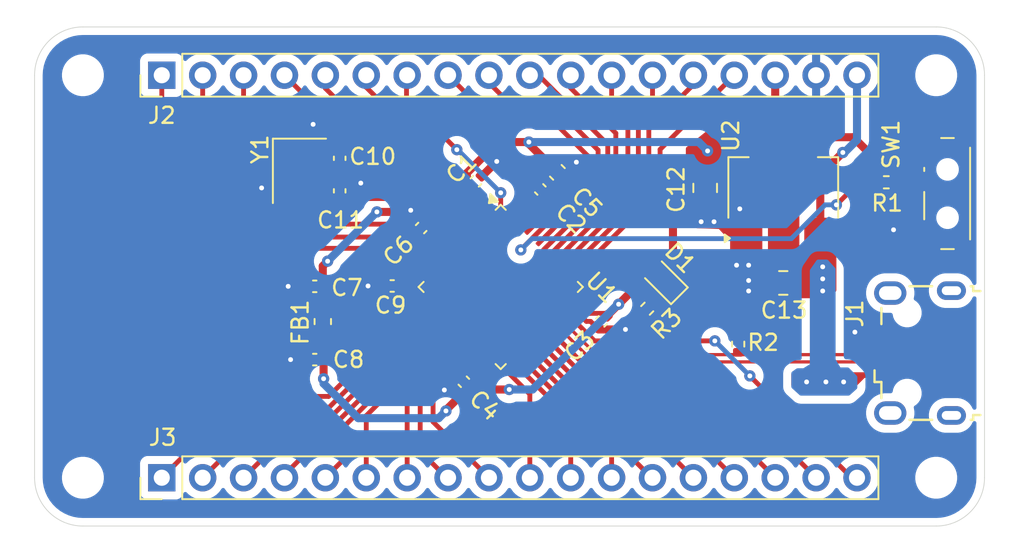
<source format=kicad_pcb>
(kicad_pcb (version 20241229) (generator "pcbnew") (generator_version "9.0")
  (layers (0 "F.Cu" signal) (2 "B.Cu" power) (13 "F.Paste" user) (15 "B.Paste" user) (5 "F.SilkS" user "F.Silkscreen") (7 "B.SilkS" user "B.Silkscreen") (1 "F.Mask" user) (3 "B.Mask" user) (25 "Edge.Cuts" user))
  (net 0 "")
  (net 1 "+3.3V")
  (net 2 "GND")
  (net 3 "+3.3VA")
  (net 4 "/NRST")
  (net 5 "/HSE_IN")
  (net 6 "/HSE_OUT")
  (net 7 "VBUS")
  (net 8 "/PWR_LED_K")
  (net 9 "/USB_D+")
  (net 10 "/USB_D-")
  (net 11 "/BOOT0")
  (net 12 "/SW_BOOT0")
  (net 18 "/PC15")
  (net 19 "/PB8")
  (net 20 "/PA0")
  (net 21 "/PC14")
  (net 22 "/PB6")
  (net 23 "/PB5")
  (net 24 "/PB9")
  (net 25 "/PA2")
  (net 26 "/PC13")
  (net 27 "/PB7")
  (net 28 "/PA15")
  (net 29 "/PA14")
  (net 30 "/PB4")
  (net 31 "/PB3")
  (net 32 "/PA1")
  (net 33 "/PA9")
  (net 34 "/PA7")
  (net 35 "/PA3")
  (net 36 "/PA8")
  (net 37 "/PB14")
  (net 38 "/PA6")
  (net 39 "/PB12")
  (net 40 "/PB15")
  (net 41 "/PB1")
  (net 42 "/PB2")
  (net 43 "/PA4")
  (net 44 "/PB11")
  (net 45 "/PB10")
  (net 46 "/PB13")
  (net 47 "/PA13")
  (net 48 "/PA10")
  (net 49 "/PA5")
  (net 50 "/PB0")
  (footprint "MountingHole:MountingHole_2.1mm" (layer "F.Cu") (at 83 114)
    (property "Reference" "H4" (hide yes))
    (property "Value" "MountingHole")
  )
  (footprint "Resistor_SMD:R_0402_1005Metric" (layer "F.Cu") (at 123.7 105.7 -90)
    (property "Reference" "R2")
    (property "Value" "1k5")
  )
  (footprint "Capacitor_SMD:C_0603_1608Metric" (layer "F.Cu") (at 112.471249 95.031909 -45)
    (property "Reference" "C5")
    (property "Value" "10u")
  )
  (footprint "Capacitor_SMD:C_0402_1005Metric" (layer "F.Cu") (at 97.4 102.112499 180)
    (property "Reference" "C7")
    (property "Value" "1u")
  )
  (footprint "Connector_PinHeader_2.54mm:PinHeader_1x18_P2.54mm_Vertical" (layer "F.Cu") (at 87.9 89 90)
    (property "Reference" "J2")
    (property "Value" "Conn_01x18")
  )
  (footprint "Package_QFP:LQFP-48_7x7mm_P0.5mm" (layer "F.Cu") (at 108.95 102.15 -45)
    (property "Reference" "U1")
    (property "Value" "STM32F103C8T6")
  )
  (footprint "MountingHole:MountingHole_2.1mm" (layer "F.Cu") (at 136 114)
    (property "Reference" "H3" (hide yes))
    (property "Value" "MountingHole")
  )
  (footprint "Connector_USB:USB_Micro-B_Wuerth_629105150521" (layer "F.Cu") (at 134.995 106.255 90)
    (property "Reference" "J1")
    (property "Value" "USB_B_Micro")
  )
  (footprint "Capacitor_SMD:C_0402_1005Metric" (layer "F.Cu") (at 98.95 96.18 90)
    (property "Reference" "C11")
    (property "Value" "10p")
  )
  (footprint "MountingHole:MountingHole_2.1mm" (layer "F.Cu") (at 83 89)
    (property "Reference" "H1" (hide yes))
    (property "Value" "MountingHole")
  )
  (footprint "MountingHole:MountingHole_2.1mm" (layer "F.Cu") (at 136 89)
    (property "Reference" "H2" (hide yes))
    (property "Value" "MountingHole")
  )
  (footprint "Connector_PinHeader_2.54mm:PinHeader_1x18_P2.54mm_Vertical" (layer "F.Cu") (at 87.9 114 90)
    (property "Reference" "J3")
    (property "Value" "Conn_01x18")
  )
  (footprint "Button_Switch_SMD:SW_SPDT_PCM12" (layer "F.Cu") (at 136.375 96.35 90)
    (property "Reference" "SW1")
    (property "Value" "SW_SPDT")
  )
  (footprint "Capacitor_SMD:C_0402_1005Metric" (layer "F.Cu") (at 102.210589 102.089411 180)
    (property "Reference" "C9")
    (property "Value" "100n")
  )
  (footprint "Capacitor_SMD:C_0402_1005Metric" (layer "F.Cu") (at 111.410589 96.092569 -45)
    (property "Reference" "C2")
    (property "Value" "100n")
  )
  (footprint "Capacitor_SMD:C_0402_1005Metric" (layer "F.Cu") (at 106.660589 108.039411 135)
    (property "Reference" "C4")
    (property "Value" "100n")
  )
  (footprint "Capacitor_SMD:C_0402_1005Metric" (layer "F.Cu") (at 98.95 94.16 90)
    (property "Reference" "C10")
    (property "Value" "10p")
  )
  (footprint "Resistor_SMD:R_0402_1005Metric" (layer "F.Cu") (at 118.05 103.5 -135)
    (property "Reference" "R3")
    (property "Value" "1k5")
  )
  (footprint "Package_TO_SOT_SMD:SOT-223-3_TabPin2" (layer "F.Cu") (at 126.5 96 90)
    (property "Reference" "U2")
    (property "Value" "AMS1117-3.3")
  )
  (footprint "Inductor_SMD:L_0603_1608Metric" (layer "F.Cu") (at 97.9 104.3 -90)
    (property "Reference" "FB1")
    (property "Value" "120R")
  )
  (footprint "Resistor_SMD:R_0402_1005Metric" (layer "F.Cu") (at 132.9 95.65 180)
    (property "Reference" "R1")
    (property "Value" "10k")
  )
  (footprint "Capacitor_SMD:C_0402_1005Metric" (layer "F.Cu") (at 115.210589 104.289411 -135)
    (property "Reference" "C3")
    (property "Value" "100n")
  )
  (footprint "Capacitor_SMD:C_0805_2012Metric" (layer "F.Cu") (at 121.65 96 -90)
    (property "Reference" "C12")
    (property "Value" "22u")
  )
  (footprint "Capacitor_SMD:C_0805_2012Metric" (layer "F.Cu") (at 126.5 101.9 180)
    (property "Reference" "C13")
    (property "Value" "22u")
  )
  (footprint "Crystal:Crystal_SMD_3225-4Pin_3.2x2.5mm" (layer "F.Cu") (at 96.45 94.94 -90)
    (property "Reference" "Y1")
    (property "Value" "16MHZ")
  )
  (footprint "LED_SMD:LED_0603_1608Metric" (layer "F.Cu") (at 119 101.65 135)
    (property "Reference" "D1")
    (property "Value" "BLUE")
  )
  (footprint "Capacitor_SMD:C_0402_1005Metric" (layer "F.Cu") (at 107.410589 95.589411 45)
    (property "Reference" "C1")
    (property "Value" "100n")
  )
  (footprint "Capacitor_SMD:C_0402_1005Metric" (layer "F.Cu") (at 104.010589 98.489411 45)
    (property "Reference" "C6")
    (property "Value" "10n")
  )
  (footprint "Capacitor_SMD:C_0402_1005Metric" (layer "F.Cu") (at 97.4 106.662499 180)
    (property "Reference" "C8")
    (property "Value" "1u")
  )
  (gr_arc (start 80 89) (mid 80.87868 86.87868) (end 83 86) (stroke (width 0.05)) (layer "Edge.Cuts"))
  (gr_arc (start 139 114) (mid 138.12132 116.12132) (end 136 117) (stroke (width 0.05)) (layer "Edge.Cuts"))
  (gr_line (start 80 114) (end 80 89) (stroke (width 0.05)) (layer "Edge.Cuts"))
  (gr_arc (start 136 86) (mid 138.12132 86.87868) (end 139 89) (stroke (width 0.05)) (layer "Edge.Cuts"))
  (gr_line (start 83 86) (end 136 86) (stroke (width 0.05)) (layer "Edge.Cuts"))
  (gr_line (start 83 117) (end 136 117) (stroke (width 0.05)) (layer "Edge.Cuts"))
  (gr_line (start 139 114) (end 139 89) (stroke (width 0.05)) (layer "Edge.Cuts"))
  (gr_arc (start 83 117) (mid 80.87868 116.12132) (end 80 114) (stroke (width 0.05)) (layer "Edge.Cuts"))
  (segment (start 111.410589 94.996553) (end 111.410589 95.413747) (width 0.5) (layer "F.Cu") (net 1))
  (segment (start 109.480025 108.519975) (end 107.141153 108.519975) (width 0.5) (layer "F.Cu") (net 1))
  (segment (start 107.021178 108.378822) (end 107 108.378822) (width 0.3) (layer "F.Cu") (net 1))
  (segment (start 110.710589 96.113747) (end 111.071178 95.753158) (width 0.3) (layer "F.Cu") (net 1))
  (segment (start 130.850001 92.850001) (end 126.5 92.850001) (width 0.5) (layer "F.Cu") (net 1))
  (segment (start 118.406847 101.093153) (end 116.275 103.225) (width 0.5) (layer "F.Cu") (net 1))
  (segment (start 110.7 93.15) (end 110.7 93.26066) (width 0.5) (layer "F.Cu") (net 1))
  (segment (start 114.478499 103.789411) (end 115.389411 103.789411) (width 0.3) (layer "F.Cu") (net 1))
  (segment (start 121.65 95.050001) (end 120.249999 95.050001) (width 0.5) (layer "F.Cu") (net 1))
  (segment (start 116.275 103.225) (end 116.275 103.160572) (width 0.5) (layer "F.Cu") (net 1))
  (segment (start 132.1 94.1) (end 130.850001 92.850001) (width 0.5) (layer "F.Cu") (net 1))
  (segment (start 111.923241 94.483901) (end 111.410589 94.996553) (width 0.5) (layer "F.Cu") (net 1))
  (segment (start 107.356805 107.632283) (end 107.356805 108.043195) (width 0.3) (layer "F.Cu") (net 1))
  (segment (start 97.9 105.087501) (end 97.9 106.642499) (width 0.5) (layer "F.Cu") (net 1))
  (segment (start 109.46005 108.5) (end 109.480025 108.519975) (width 0.5) (layer "F.Cu") (net 1))
  (segment (start 110.543195 96.667717) (end 110.543197 96.667717) (width 0.3) (layer "F.Cu") (net 1))
  (segment (start 109.948788 97.262124) (end 110.543195 96.667717) (width 0.3) (layer "F.Cu") (net 1))
  (segment (start 107.356805 108.043195) (end 107.021178 108.378822) (width 0.3) (layer "F.Cu") (net 1))
  (segment (start 105.55 109.8) (end 106.971178 108.378822) (width 0.5) (layer "F.Cu") (net 1))
  (segment (start 107.510589 96.368233) (end 107.071178 95.928822) (width 0.3) (layer "F.Cu") (net 1))
  (segment (start 110.710589 96.500325) (end 110.710589 96.113747) (width 0.3) (layer "F.Cu") (net 1))
  (segment (start 115.389411 103.789411) (end 115.55 103.95) (width 0.3) (layer "F.Cu") (net 1))
  (segment (start 120.249999 95.050001) (end 119.65 95.65) (width 0.5) (layer "F.Cu") (net 1))
  (segment (start 113.837876 103.148788) (end 114.478499 103.789411) (width 0.3) (layer "F.Cu") (net 1))
  (segment (start 126 89) (end 126 92.350001) (width 0.5) (layer "F.Cu") (net 1))
  (segment (start 107.141153 108.519975) (end 107 108.378822) (width 0.5) (layer "F.Cu") (net 1))
  (segment (start 118.443153 101.093153) (end 118.406847 101.093153) (width 0.5) (layer "F.Cu") (net 1))
  (segment (start 116.275 103.225) (end 115.55 103.95) (width 0.5) (layer "F.Cu") (net 1))
  (segment (start 110.7 93.15) (end 108.775198 93.15) (width 0.5) (layer "F.Cu") (net 1))
  (segment (start 110.7 93.26066) (end 111.923241 94.483901) (width 0.5) (layer "F.Cu") (net 1))
  (segment (start 106.851975 95.709619) (end 107.071178 95.928822) (width 0.5) (layer "F.Cu") (net 1))
  (segment (start 97.95 107.85) (end 97.95 106.732499) (width 0.5) (layer "F.Cu") (net 1))
  (segment (start 97.88 106.73) (end 97.88 106.662499) (width 0.5) (layer "F.Cu") (net 1))
  (segment (start 119.65 95.65) (end 119.65 99.886306) (width 0.5) (layer "F.Cu") (net 1))
  (segment (start 134.945 94.1) (end 132.1 94.1) (width 0.5) (layer "F.Cu") (net 1))
  (segment (start 97.9 106.642499) (end 97.88 106.662499) (width 0.5) (layer "F.Cu") (net 1))
  (segment (start 105.55 109.85) (end 105.55 109.8) (width 0.5) (layer "F.Cu") (net 1))
  (segment (start 107.951212 97.262124) (end 107.510589 96.821501) (width 0.3) (layer "F.Cu") (net 1))
  (segment (start 108.775198 93.15) (end 106.851975 95.073223) (width 0.5) (layer "F.Cu") (net 1))
  (segment (start 107.510589 96.821501) (end 107.510589 96.368233) (width 0.3) (layer "F.Cu") (net 1))
  (segment (start 106.971178 108.378822) (end 107 108.378822) (width 0.5) (layer "F.Cu") (net 1))
  (segment (start 119.65 99.886306) (end 118.443153 101.093153) (width 0.5) (layer "F.Cu") (net 1))
  (segment (start 106.851975 95.073223) (end 106.851975 95.709619) (width 0.5) (layer "F.Cu") (net 1))
  (segment (start 126 92.350001) (end 126.5 92.850001) (width 0.5) (layer "F.Cu") (net 1))
  (segment (start 119.65 99.886306) (end 123.7 103.936306) (width 0.5) (layer "F.Cu") (net 1))
  (segment (start 97.95 106.732499) (end 97.88 106.662499) (width 0.5) (layer "F.Cu") (net 1))
  (segment (start 110.543197 96.667717) (end 110.710589 96.500325) (width 0.3) (layer "F.Cu") (net 1))
  (segment (start 111.410589 95.413747) (end 111.071178 95.753158) (width 0.5) (layer "F.Cu") (net 1))
  (segment (start 123.7 103.936306) (end 123.7 105.190001) (width 0.5) (layer "F.Cu") (net 1))
  (segment (start 107.951212 107.037876) (end 107.356805 107.632283) (width 0.3) (layer "F.Cu") (net 1))
  (via (at 105.55 109.85) (size 0.7) (drill 0.3) (layers "F.Cu" "B.Cu") (net 1))
  (via (at 109.480025 108.519975) (size 0.7) (drill 0.3) (layers "F.Cu" "B.Cu") (net 1))
  (via (at 116.275 103.225) (size 0.7) (drill 0.3) (layers "F.Cu" "B.Cu") (net 1))
  (via (at 97.95 107.85) (size 0.7) (drill 0.3) (layers "F.Cu" "B.Cu") (net 1))
  (via (at 110.7 93.15) (size 0.7) (drill 0.3) (layers "F.Cu" "B.Cu") (net 1))
  (via (at 121.8 93.7) (size 0.7) (drill 0.3) (layers "F.Cu" "B.Cu") (net 1))
  (segment (start 97.95 108.15) (end 100.1 110.3) (width 0.5) (layer "B.Cu") (net 1))
  (segment (start 97.95 107.85) (end 97.95 108.15) (width 0.5) (layer "B.Cu") (net 1))
  (segment (start 110.930025 108.519975) (end 116.225 103.225) (width 0.5) (layer "B.Cu") (net 1))
  (segment (start 109.480025 108.519975) (end 110.930025 108.519975) (width 0.5) (layer "B.Cu") (net 1))
  (segment (start 121.25 93.15) (end 110.7 93.15) (width 0.5) (layer "B.Cu") (net 1))
  (segment (start 121.8 93.7) (end 121.25 93.15) (width 0.5) (layer "B.Cu") (net 1))
  (segment (start 116.225 103.225) (end 116.275 103.225) (width 0.5) (layer "B.Cu") (net 1))
  (segment (start 105.1 110.3) (end 105.55 109.85) (width 0.5) (layer "B.Cu") (net 1))
  (segment (start 100.1 110.3) (end 105.1 110.3) (width 0.5) (layer "B.Cu") (net 1))
  (segment (start 108.703285 94.353285) (end 107.80657 95.25) (width 0.5) (layer "F.Cu") (net 2))
  (segment (start 115.031767 104.789411) (end 114.871178 104.628822) (width 0.5) (layer "F.Cu") (net 2))
  (segment (start 113.484322 103.502342) (end 114.271391 104.289411) (width 0.3) (layer "F.Cu") (net 2))
  (segment (start 97.3 92.05) (end 97.3 93.84) (width 0.5) (layer "F.Cu") (net 2))
  (segment (start 104.610589 98.871249) (end 105.476338 99.736998) (width 0.3) (layer "F.Cu") (net 2))
  (segment (start 116.7 104.789411) (end 115.031767 104.789411) (width 0.5) (layer "F.Cu") (net 2))
  (segment (start 112.410589 96.189411) (end 112.410589 96.188585) (width 0.5) (layer "F.Cu") (net 2))
  (segment (start 111.292569 96.889411) (end 111.75 96.43198) (width 0.3) (layer "F.Cu") (net 2))
  (segment (start 103.588136 97.388136) (end 104.35 98.15) (width 0.5) (layer "F.Cu") (net 2))
  (segment (start 96.92 106.662499) (end 95.9 106.662499) (width 0.5) (layer "F.Cu") (net 2))
  (segment (start 114.271391 104.289411) (end 114.531767 104.289411) (width 0.3) (layer "F.Cu") (net 2))
  (segment (start 97.46 93.68) (end 97.3 93.84) (width 0.5) (layer "F.Cu") (net 2))
  (segment (start 107.597658 106.684322) (end 106.842569 107.439411) (width 0.3) (layer "F.Cu") (net 2))
  (segment (start 101.730589 102.089411) (end 100.710589 102.089411) (width 0.5) (layer "F.Cu") (net 2))
  (segment (start 106.581767 107.439411) (end 106.321178 107.7) (width 0.3) (layer "F.Cu") (net 2))
  (segment (start 98.95 93.68) (end 97.46 93.68) (width 0.5) (layer "F.Cu") (net 2))
  (segment (start 112.410589 96.189411) (end 111.992569 96.189411) (width 0.5) (layer "F.Cu") (net 2))
  (segment (start 110.302342 97.615678) (end 111.028609 96.889411) (width 0.3) (layer "F.Cu") (net 2))
  (segment (start 111.992569 96.189411) (end 111.75 96.43198) (width 0.5) (layer "F.Cu") (net 2))
  (segment (start 104.35 98.15) (end 104.610589 98.410589) (width 0.3) (layer "F.Cu") (net 2))
  (segment (start 94.1 96) (end 94.14 96.04) (width 0.5) (layer "F.Cu") (net 2))
  (segment (start 106.3 107.7) (end 105.45 108.55) (width 0.5) (layer "F.Cu") (net 2))
  (segment (start 112.410589 96.188585) (end 113.019257 95.579917) (width 0.5) (layer "F.Cu") (net 2))
  (segment (start 117.568163 103.921248) (end 116.7 104.789411) (width 0.5) (layer "F.Cu") (net 2))
  (segment (start 106.321178 107.7) (end 106.3 107.7) (width 0.5) (layer "F.Cu") (net 2))
  (segment (start 94.14 96.04) (end 95.6 96.04) (width 0.5) (layer "F.Cu") (net 2))
  (segment (start 103.361864 97.388136) (end 103.588136 97.388136) (width 0.5) (layer "F.Cu") (net 2))
  (segment (start 113.65 94.949174) (end 113.019257 95.579917) (width 0.5) (layer "F.Cu") (net 2))
  (segment (start 100.26 95.7) (end 98.95 95.7) (width 0.5) (layer "F.Cu") (net 2))
  (segment (start 96.92 102.112499) (end 95.75 102.112499) (width 0.5) (layer "F.Cu") (net 2))
  (segment (start 130.95 104.955) (end 133.095 104.955) (width 0.3) (layer "F.Cu") (net 2))
  (segment (start 106.842569 107.439411) (end 106.581767 107.439411) (width 0.3) (layer "F.Cu") (net 2))
  (segment (start 104.610589 98.410589) (end 104.610589 98.871249) (width 0.3) (layer "F.Cu") (net 2))
  (segment (start 107.80657 95.25) (end 107.75 95.25) (width 0.5) (layer "F.Cu") (net 2))
  (segment (start 113.65 94.4) (end 113.65 94.949174) (width 0.5) (layer "F.Cu") (net 2))
  (segment (start 133.35 98.6) (end 134.945 98.6) (width 0.5) (layer "F.Cu") (net 2))
  (segment (start 114.531767 104.289411) (end 114.871178 104.628822) (width 0.3) (layer "F.Cu") (net 2))
  (segment (start 111.028609 96.889411) (end 111.292569 96.889411) (width 0.3) (layer "F.Cu") (net 2))
  (via (at 108.703285 94.353285) (size 0.7) (drill 0.3) (layers "F.Cu" "B.Cu") (net 2))
  (via (at 123.6 100.8) (size 0.7) (drill 0.3) (layers "F.Cu" "B.Cu") (net 2))
  (via (at 121.4 98.1) (size 0.7) (drill 0.3) (layers "F.Cu" "B.Cu") (net 2))
  (via (at 94.1 96) (size 0.7) (drill 0.3) (layers "F.Cu" "B.Cu") (net 2))
  (via (at 100.710589 102.089411) (size 0.7) (drill 0.3) (layers "F.Cu" "B.Cu") (net 2))
  (via (at 97.3 92.05) (size 0.7) (drill 0.3) (layers "F.Cu" "B.Cu") (net 2))
  (via (at 124.35 100.8) (size 0.7) (drill 0.3) (layers "F.Cu" "B.Cu") (net 2))
  (via (at 103.361864 97.388136) (size 0.7) (drill 0.3) (layers "F.Cu" "B.Cu") (net 2))
  (via (at 95.9 106.662499) (size 0.7) (drill 0.3) (layers "F.Cu" "B.Cu") (net 2))
  (via (at 122.2 98.1) (size 0.7) (drill 0.3) (layers "F.Cu" "B.Cu") (net 2))
  (via (at 116.7 104.789411) (size 0.7) (drill 0.3) (layers "F.Cu" "B.Cu") (net 2))
  (via (at 105.45 108.55) (size 0.7) (drill 0.3) (layers "F.Cu" "B.Cu") (net 2))
  (via (at 133.35 98.6) (size 0.7) (drill 0.3) (layers "F.Cu" "B.Cu") (net 2))
  (via (at 124.35 102.4) (size 0.7) (drill 0.3) (layers "F.Cu" "B.Cu") (net 2))
  (via (at 113.65 94.4) (size 0.7) (drill 0.3) (layers "F.Cu" "B.Cu") (net 2))
  (via (at 100.26 95.7) (size 0.7) (drill 0.3) (layers "F.Cu" "B.Cu") (net 2))
  (via (at 123.8 97.3) (size 0.7) (drill 0.3) (layers "F.Cu" "B.Cu") (net 2))
  (via (at 95.75 102.112499) (size 0.7) (drill 0.3) (layers "F.Cu" "B.Cu") (net 2))
  (via (at 124.35 101.75) (size 0.7) (drill 0.3) (layers "F.Cu" "B.Cu") (net 2))
  (via (at 130.95 104.955) (size 0.7) (drill 0.3) (layers "F.Cu" "B.Cu") (net 2))
  (segment (start 97.9 103.512499) (end 97.9 102.132499) (width 0.5) (layer "F.Cu") (net 3))
  (segment (start 97.9 102.132499) (end 97.88 102.112499) (width 0.5) (layer "F.Cu") (net 3))
  (segment (start 102.331767 97.489411) (end 101.260589 97.489411) (width 0.5) (layer "F.Cu") (net 3))
  (segment (start 103.671178 98.828822) (end 102.331767 97.489411) (width 0.5) (layer "F.Cu") (net 3))
  (segment (start 97.9 100.85) (end 97.9 102.092499) (width 0.5) (layer "F.Cu") (net 3))
  (segment (start 98.2 100.55) (end 97.9 100.85) (width 0.5) (layer "F.Cu") (net 3))
  (segment (start 104.221645 99.189411) (end 105.122785 100.090551) (width 0.3) (layer "F.Cu") (net 3))
  (segment (start 103.671178 98.828822) (end 104.031767 99.189411) (width 0.3) (layer "F.Cu") (net 3))
  (segment (start 97.9 102.092499) (end 97.88 102.112499) (width 0.5) (layer "F.Cu") (net 3))
  (segment (start 104.031767 99.189411) (end 104.221645 99.189411) (width 0.3) (layer "F.Cu") (net 3))
  (via (at 98.2 100.55) (size 0.7) (drill 0.3) (layers "F.Cu" "B.Cu") (net 3))
  (via (at 101.260589 97.489411) (size 0.7) (drill 0.3) (layers "F.Cu" "B.Cu") (net 3))
  (segment (start 98.2 100.55) (end 101.260589 97.489411) (width 0.5) (layer "B.Cu") (net 3))
  (segment (start 102.690589 102.089411) (end 102.700351 102.099173) (width 0.3) (layer "F.Cu") (net 4))
  (segment (start 104.652121 102.099173) (end 106.424299 100.326995) (width 0.3) (layer "F.Cu") (net 4))
  (segment (start 102.700351 102.099173) (end 104.652121 102.099173) (width 0.3) (layer "F.Cu") (net 4))
  (segment (start 106.424299 99.977853) (end 105.829891 99.383445) (width 0.3) (layer "F.Cu") (net 4))
  (segment (start 106.424299 100.326995) (end 106.424299 99.977853) (width 0.3) (layer "F.Cu") (net 4))
  (segment (start 95.6 94.14) (end 95.6 93.84) (width 0.3) (layer "F.Cu") (net 5))
  (segment (start 98.95 94.64) (end 98.65 94.94) (width 0.3) (layer "F.Cu") (net 5))
  (segment (start 106.536998 98.676338) (end 106.536998 98.676337) (width 0.3) (layer "F.Cu") (net 5))
  (segment (start 106.536998 98.676338) (end 102.50066 94.64) (width 0.3) (layer "F.Cu") (net 5))
  (segment (start 96.4 94.94) (end 95.6 94.14) (width 0.3) (layer "F.Cu") (net 5))
  (segment (start 98.65 94.94) (end 96.4 94.94) (width 0.3) (layer "F.Cu") (net 5))
  (segment (start 102.50066 94.64) (end 98.95 94.64) (width 0.3) (layer "F.Cu") (net 5))
  (segment (start 106.183445 99.029891) (end 103.813554 96.66) (width 0.3) (layer "F.Cu") (net 6))
  (segment (start 103.813554 96.66) (end 98.95 96.66) (width 0.3) (layer "F.Cu") (net 6))
  (segment (start 97.92 96.66) (end 97.3 96.04) (width 0.3) (layer "F.Cu") (net 6))
  (segment (start 98.95 96.66) (end 97.92 96.66) (width 0.3) (layer "F.Cu") (net 6))
  (segment (start 128.8 95.2) (end 128.8 99.15) (width 0.5) (layer "F.Cu") (net 7))
  (segment (start 131.08 89) (end 131.1 89.02) (width 0.5) (layer "F.Cu") (net 7))
  (segment (start 130.2 93.8) (end 128.8 95.2) (width 0.5) (layer "F.Cu") (net 7))
  (via (at 128.95 100.9) (size 0.7) (drill 0.3) (layers "F.Cu" "B.Cu") (net 7))
  (via (at 128.95 101.65) (size 0.7) (drill 0.3) (layers "F.Cu" "B.Cu") (net 7))
  (via (at 130.25 108.05) (size 0.7) (drill 0.3) (layers "F.Cu" "B.Cu") (net 7))
  (via (at 127.95 108.05) (size 0.7) (drill 0.3) (layers "F.Cu" "B.Cu") (net 7))
  (via (at 129.15 108.05) (size 0.7) (drill 0.3) (layers "F.Cu" "B.Cu") (net 7))
  (via (at 128.95 102.4) (size 0.7) (drill 0.3) (layers "F.Cu" "B.Cu") (net 7))
  (via (at 130.2 93.8) (size 0.7) (drill 0.3) (layers "F.Cu" "B.Cu") (net 7))
  (segment (start 131.08 93.02) (end 131.08 89) (width 0.5) (layer "B.Cu") (net 7))
  (segment (start 130.3 93.8) (end 131.08 93.02) (width 0.5) (layer "B.Cu") (net 7))
  (segment (start 130.2 93.8) (end 130.3 93.8) (width 0.5) (layer "B.Cu") (net 7))
  (segment (start 119.343153 102.206847) (end 119.556847 102.206847) (width 0.5) (layer "F.Cu") (net 8))
  (segment (start 118.410624 103.139376) (end 119.343153 102.206847) (width 0.5) (layer "F.Cu") (net 8))
  (segment (start 114.88741 106.355) (end 132.019999 106.355) (width 0.2) (layer "F.Cu") (net 9))
  (segment (start 132.119999 106.255) (end 133.095 106.255) (width 0.2) (layer "F.Cu") (net 9))
  (segment (start 112.777215 104.209449) (end 113.411449 104.843683) (width 0.2) (layer "F.Cu") (net 9))
  (segment (start 132.019999 106.355) (end 132.119999 106.255) (width 0.2) (layer "F.Cu") (net 9))
  (segment (start 113.411449 104.879039) (end 114.88741 106.355) (width 0.2) (layer "F.Cu") (net 9))
  (segment (start 113.411449 104.843683) (end 113.411449 104.879039) (width 0.2) (layer "F.Cu") (net 9))
  (segment (start 112.423662 104.563002) (end 113.057896 105.197236) (width 0.2) (layer "F.Cu") (net 10))
  (segment (start 132.119999 106.905) (end 133.095 106.905) (width 0.2) (layer "F.Cu") (net 10))
  (segment (start 114.701016 106.805) (end 132.019999 106.805) (width 0.2) (layer "F.Cu") (net 10))
  (segment (start 113.057896 105.197236) (end 113.093252 105.197236) (width 0.2) (layer "F.Cu") (net 10))
  (segment (start 113.093252 105.197236) (end 114.701016 106.805) (width 0.2) (layer "F.Cu") (net 10))
  (segment (start 132.019999 106.805) (end 132.119999 106.905) (width 0.2) (layer "F.Cu") (net 10))
  (segment (start 110.2 99.83934) (end 111.363002 98.676338) (width 0.3) (layer "F.Cu") (net 11))
  (segment (start 110.2 99.85) (end 110.2 99.83934) (width 0.3) (layer "F.Cu") (net 11))
  (segment (start 129.8 97.05) (end 131.25 95.6) (width 0.3) (layer "F.Cu") (net 11))
  (segment (start 131.25 95.6) (end 132.340001 95.6) (width 0.3) (layer "F.Cu") (net 11))
  (segment (start 132.340001 95.6) (end 132.390001 95.65) (width 0.3) (layer "F.Cu") (net 11))
  (via (at 129.8 97.05) (size 0.7) (drill 0.3) (layers "F.Cu" "B.Cu") (net 11))
  (via (at 110.2 99.85) (size 0.7) (drill 0.3) (layers "F.Cu" "B.Cu") (net 11))
  (segment (start 129.1 97.05) (end 127 99.15) (width 0.3) (layer "B.Cu") (net 11))
  (segment (start 127 99.15) (end 110.9 99.15) (width 0.3) (layer "B.Cu") (net 11))
  (segment (start 110.9 99.15) (end 110.2 99.85) (width 0.3) (layer "B.Cu") (net 11))
  (segment (start 129.8 97.05) (end 129.1 97.05) (width 0.3) (layer "B.Cu") (net 11))
  (segment (start 134.895 95.65) (end 134.945 95.6) (width 0.3) (layer "F.Cu") (net 12))
  (segment (start 133.409999 95.65) (end 134.895 95.65) (width 0.3) (layer "F.Cu") (net 12))
  (segment (start 100.17 93.65) (end 95.52 89) (width 0.3) (layer "F.Cu") (net 18))
  (segment (start 106.890551 98.322785) (end 106.296144 97.728378) (width 0.3) (layer "F.Cu") (net 18))
  (segment (start 102.217767 93.65) (end 100.17 93.65) (width 0.3) (layer "F.Cu") (net 18))
  (segment (start 106.296144 97.728377) (end 102.217767 93.65) (width 0.3) (layer "F.Cu") (net 18))
  (segment (start 106.296144 97.728378) (end 106.296144 97.728377) (width 0.3) (layer "F.Cu") (net 18))
  (segment (start 111.603856 97.728378) (end 112.310962 97.728378) (width 0.3) (layer "F.Cu") (net 19))
  (segment (start 111.009449 98.322785) (end 111.603856 97.728378) (width 0.3) (layer "F.Cu") (net 19))
  (segment (start 114.35 95.68934) (end 114.35 94) (width 0.3) (layer "F.Cu") (net 19))
  (segment (start 112.310962 97.728378) (end 114.35 95.68934) (width 0.3) (layer "F.Cu") (net 19))
  (segment (start 114.35 94) (end 112.5 92.15) (width 0.3) (layer "F.Cu") (net 19))
  (segment (start 108.83 92.15) (end 105.68 89) (width 0.3) (layer "F.Cu") (net 19))
  (segment (start 112.5 92.15) (end 108.83 92.15) (width 0.3) (layer "F.Cu") (net 19))
  (segment (start 92.98 96.18) (end 92.98 89) (width 0.3) (layer "F.Cu") (net 20))
  (segment (start 104.014537 99.689411) (end 103.489411 99.689411) (width 0.3) (layer "F.Cu") (net 20))
  (segment (start 103.489411 99.689411) (end 102.05 98.25) (width 0.3) (layer "F.Cu") (net 20))
  (segment (start 95.05 98.25) (end 92.98 96.18) (width 0.3) (layer "F.Cu") (net 20))
  (segment (start 92.9 89.08) (end 92.98 89) (width 0.3) (layer "F.Cu") (net 20))
  (segment (start 104.769231 100.444105) (end 104.312564 99.987436) (width 0.3) (layer "F.Cu") (net 20))
  (segment (start 104.769231 100.444105) (end 104.014537 99.689411) (width 0.3) (layer "F.Cu") (net 20))
  (segment (start 102.05 98.25) (end 95.05 98.25) (width 0.3) (layer "F.Cu") (net 20))
  (segment (start 102.174874 92.9) (end 101.15 92.9) (width 0.3) (layer "F.Cu") (net 21))
  (segment (start 107.244105 97.969231) (end 102.174874 92.9) (width 0.3) (layer "F.Cu") (net 21))
  (segment (start 98.06 89.81) (end 98.06 89) (width 0.3) (layer "F.Cu") (net 21))
  (segment (start 101.15 92.9) (end 98.06 89.81) (width 0.3) (layer "F.Cu") (net 21))
  (segment (start 115.6 93.3) (end 111.3 89) (width 0.3) (layer "F.Cu") (net 22))
  (segment (start 115.6 95.853554) (end 115.6 93.3) (width 0.3) (layer "F.Cu") (net 22))
  (segment (start 112.070109 99.383445) (end 115.6 95.853554) (width 0.3) (layer "F.Cu") (net 22))
  (segment (start 111.3 89) (end 110.76 89) (width 0.3) (layer "F.Cu") (net 22))
  (segment (start 116.1 92.6) (end 113.3 89.8) (width 0.3) (layer "F.Cu") (net 23))
  (segment (start 112.423662 99.736998) (end 116.1 96.06066) (width 0.3) (layer "F.Cu") (net 23))
  (segment (start 113.3 89.8) (end 113.3 89) (width 0.3) (layer "F.Cu") (net 23))
  (segment (start 116.1 96.06066) (end 116.1 92.6) (width 0.3) (layer "F.Cu") (net 23))
  (segment (start 106.225 93.625) (end 103.1 90.5) (width 0.3) (layer "F.Cu") (net 24))
  (segment (start 110.061489 98.563639) (end 110.655895 97.969231) (width 0.3) (layer "F.Cu") (net 24))
  (segment (start 103.1 89.33) (end 103.14 89.29) (width 0.3) (layer "F.Cu") (net 24))
  (segment (start 108.95 97.998197) (end 109.515442 98.563639) (width 0.3) (layer "F.Cu") (net 24))
  (segment (start 103.1 90.5) (end 103.1 89.33) (width 0.3) (layer "F.Cu") (net 24))
  (segment (start 108.95 96.3) (end 108.95 97.998197) (width 0.3) (layer "F.Cu") (net 24))
  (segment (start 109.515442 98.563639) (end 110.061489 98.563639) (width 0.3) (layer "F.Cu") (net 24))
  (segment (start 103.14 89.29) (end 103.14 89) (width 0.3) (layer "F.Cu") (net 24))
  (via (at 106.225 93.625) (size 0.7) (drill 0.3) (layers "F.Cu" "B.Cu") (net 24))
  (via (at 108.95 96.3) (size 0.7) (drill 0.3) (layers "F.Cu" "B.Cu") (net 24))
  (segment (start 106.225 93.625) (end 106.275 93.625) (width 0.3) (layer "B.Cu") (net 24))
  (segment (start 106.275 93.625) (end 108.95 96.3) (width 0.3) (layer "B.Cu") (net 24))
  (segment (start 93.75 99.75) (end 87.9 93.9) (width 0.3) (layer "F.Cu") (net 25))
  (segment (start 101.85 99.75) (end 93.75 99.75) (width 0.3) (layer "F.Cu") (net 25))
  (segment (start 102.789411 100.689411) (end 101.85 99.75) (width 0.3) (layer "F.Cu") (net 25))
  (segment (start 104.062124 101.151212) (end 103.600323 100.689411) (width 0.3) (layer "F.Cu") (net 25))
  (segment (start 87.9 93.9) (end 87.9 89) (width 0.3) (layer "F.Cu") (net 25))
  (segment (start 103.600323 100.689411) (end 102.789411 100.689411) (width 0.3) (layer "F.Cu") (net 25))
  (segment (start 102.6 91.75) (end 100.6 89.75) (width 0.3) (layer "F.Cu") (net 26))
  (segment (start 100.6 89.75) (end 100.6 89) (width 0.3) (layer "F.Cu") (net 26))
  (segment (start 107.597658 97.615678) (end 102.6 92.61802) (width 0.3) (layer "F.Cu") (net 26))
  (segment (start 102.6 92.61802) (end 102.6 91.75) (width 0.3) (layer "F.Cu") (net 26))
  (segment (start 112.65 91.3) (end 110.05 91.3) (width 0.3) (layer "F.Cu") (net 27))
  (segment (start 115 93.65) (end 112.65 91.3) (width 0.3) (layer "F.Cu") (net 27))
  (segment (start 115 95.746446) (end 115 93.65) (width 0.3) (layer "F.Cu") (net 27))
  (segment (start 108.22 89.47) (end 108.22 89) (width 0.3) (layer "F.Cu") (net 27))
  (segment (start 110.05 91.3) (end 108.22 89.47) (width 0.3) (layer "F.Cu") (net 27))
  (segment (start 111.716555 99.029891) (end 115 95.746446) (width 0.3) (layer "F.Cu") (net 27))
  (segment (start 113.484322 100.797658) (end 118.15 96.13198) (width 0.3) (layer "F.Cu") (net 28))
  (segment (start 118.15 96.13198) (end 118.15 92.35) (width 0.3) (layer "F.Cu") (net 28))
  (segment (start 120.92 89.58) (end 120.92 89) (width 0.3) (layer "F.Cu") (net 28))
  (segment (start 118.15 92.35) (end 120.92 89.58) (width 0.3) (layer "F.Cu") (net 28))
  (segment (start 113.837876 101.151212) (end 118.85 96.139088) (width 0.3) (layer "F.Cu") (net 29))
  (segment (start 118.85 93.61) (end 123.46 89) (width 0.3) (layer "F.Cu") (net 29))
  (segment (start 118.85 96.139088) (end 118.85 93.61) (width 0.3) (layer "F.Cu") (net 29))
  (segment (start 116.85 96.017767) (end 116.85 91.6) (width 0.3) (layer "F.Cu") (net 30))
  (segment (start 116.85 91.6) (end 115.84 90.59) (width 0.3) (layer "F.Cu") (net 30))
  (segment (start 112.777215 100.090551) (end 116.85 96.017767) (width 0.3) (layer "F.Cu") (net 30))
  (segment (start 115.84 90.59) (end 115.84 89) (width 0.3) (layer "F.Cu") (net 30))
  (segment (start 113.130769 100.444105) (end 117.5 96.074874) (width 0.3) (layer "F.Cu") (net 31))
  (segment (start 118.38 90.745) (end 118.38 89) (width 0.3) (layer "F.Cu") (net 31))
  (segment (start 117.5 91.625) (end 118.38 90.745) (width 0.3) (layer "F.Cu") (net 31))
  (segment (start 117.5 96.074874) (end 117.5 91.625) (width 0.3) (layer "F.Cu") (net 31))
  (segment (start 94.5 99.05) (end 90.44 94.99) (width 0.3) (layer "F.Cu") (net 32))
  (segment (start 103.807431 100.189411) (end 103.189411 100.189411) (width 0.3) (layer "F.Cu") (net 32))
  (segment (start 102.05 99.05) (end 94.5 99.05) (width 0.3) (layer "F.Cu") (net 32))
  (segment (start 103.189411 100.189411) (end 102.05 99.05) (width 0.3) (layer "F.Cu") (net 32))
  (segment (start 90.44 94.99) (end 90.44 89) (width 0.3) (layer "F.Cu") (net 32))
  (segment (start 104.415678 100.797658) (end 103.807431 100.189411) (width 0.3) (layer "F.Cu") (net 32))
  (segment (start 119.95 107.95) (end 126 114) (width 0.3) (layer "F.Cu") (net 33))
  (segment (start 114.396446 107.95) (end 119.95 107.95) (width 0.3) (layer "F.Cu") (net 33))
  (segment (start 111.716555 105.270109) (end 114.396446 107.95) (width 0.3) (layer "F.Cu") (net 33))
  (segment (start 99.35 110.68934) (end 99.35 112.71) (width 0.3) (layer "F.Cu") (net 34))
  (segment (start 99.35 112.71) (end 98.06 114) (width 0.3) (layer "F.Cu") (net 34))
  (segment (start 105.476338 104.563002) (end 99.35 110.68934) (width 0.3) (layer "F.Cu") (net 34))
  (segment (start 92.95 108.95) (end 87.9 114) (width 0.3) (layer "F.Cu") (net 35))
  (segment (start 104.062124 103.148788) (end 98.260912 108.95) (width 0.3) (layer "F.Cu") (net 35))
  (segment (start 98.260912 108.95) (end 92.95 108.95) (width 0.3) (layer "F.Cu") (net 35))
  (segment (start 111.363002 105.623662) (end 114.28934 108.55) (width 0.3) (layer "F.Cu") (net 36))
  (segment (start 114.28934 108.55) (end 118.01 108.55) (width 0.3) (layer "F.Cu") (net 36))
  (segment (start 118.01 108.55) (end 123.46 114) (width 0.3) (layer "F.Cu") (net 36))
  (segment (start 110.655895 106.330769) (end 118.325126 114) (width 0.3) (layer "F.Cu") (net 37))
  (segment (start 118.325126 114) (end 118.38 114) (width 0.3) (layer "F.Cu") (net 37))
  (segment (start 105.122785 104.209449) (end 95.52 113.812234) (width 0.3) (layer "F.Cu") (net 38))
  (segment (start 95.52 113.812234) (end 95.52 114) (width 0.3) (layer "F.Cu") (net 38))
  (segment (start 113.3 110.389088) (end 113.3 114) (width 0.3) (layer "F.Cu") (net 39))
  (segment (start 109.948788 107.037876) (end 113.3 110.389088) (width 0.3) (layer "F.Cu") (net 39))
  (segment (start 116.07 109.15) (end 120.92 114) (width 0.3) (layer "F.Cu") (net 40))
  (segment (start 114.182234 109.15) (end 116.07 109.15) (width 0.3) (layer "F.Cu") (net 40))
  (segment (start 111.009449 105.977215) (end 114.182234 109.15) (width 0.3) (layer "F.Cu") (net 40))
  (segment (start 103.14 114) (end 103.14 108.313554) (width 0.3) (layer "F.Cu") (net 41))
  (segment (start 103.14 108.313554) (end 106.183445 105.270109) (width 0.3) (layer "F.Cu") (net 41))
  (segment (start 106.536997 105.623662) (end 103.95 108.210659) (width 0.3) (layer "F.Cu") (net 42))
  (segment (start 103.95 112.35) (end 105.6 114) (width 0.3) (layer "F.Cu") (net 42))
  (segment (start 105.6 114) (end 105.68 114) (width 0.3) (layer "F.Cu") (net 42))
  (segment (start 103.95 108.210659) (end 103.95 112.35) (width 0.3) (layer "F.Cu") (net 42))
  (segment (start 106.536998 105.623662) (end 106.536997 105.623662) (width 0.3) (layer "F.Cu") (net 42))
  (segment (start 104.415678 103.502342) (end 97.91802 110) (width 0.3) (layer "F.Cu") (net 43))
  (segment (start 94.44 110) (end 90.44 114) (width 0.3) (layer "F.Cu") (net 43))
  (segment (start 97.91802 110) (end 94.44 110) (width 0.3) (layer "F.Cu") (net 43))
  (segment (start 107.838511 105.736361) (end 108.187655 105.736361) (width 0.3) (layer "F.Cu") (net 44))
  (segment (start 110.76 108.81) (end 110.76 114) (width 0.3) (layer "F.Cu") (net 44))
  (segment (start 109.000827 107.050827) (end 110.76 108.81) (width 0.3) (layer "F.Cu") (net 44))
  (segment (start 107.244105 106.330769) (end 107.838511 105.736361) (width 0.3) (layer "F.Cu") (net 44))
  (segment (start 108.187655 105.736361) (end 109.000827 106.549533) (width 0.3) (layer "F.Cu") (net 44))
  (segment (start 109.000827 106.549533) (end 109.000827 107.050827) (width 0.3) (layer "F.Cu") (net 44))
  (segment (start 104.75 110.53) (end 108.22 114) (width 0.3) (layer "F.Cu") (net 45))
  (segment (start 106.890551 105.977215) (end 104.75 108.117766) (width 0.3) (layer "F.Cu") (net 45))
  (segment (start 104.75 108.117766) (end 104.75 110.53) (width 0.3) (layer "F.Cu") (net 45))
  (segment (start 110.302342 106.684322) (end 115.84 112.22198) (width 0.3) (layer "F.Cu") (net 46))
  (segment (start 115.84 112.22198) (end 115.84 114) (width 0.3) (layer "F.Cu") (net 46))
  (segment (start 113.130769 103.855895) (end 114.774874 105.5) (width 0.3) (layer "F.Cu") (net 47))
  (segment (start 131 114) (end 131.08 114) (width 0.3) (layer "F.Cu") (net 47))
  (segment (start 114.774874 105.5) (end 122.25 105.5) (width 0.3) (layer "F.Cu") (net 47))
  (segment (start 130.75 114) (end 131.08 114) (width 0.3) (layer "F.Cu") (net 47))
  (segment (start 124.425 107.675) (end 130.75 114) (width 0.3) (layer "F.Cu") (net 47))
  (via (at 122.25 105.5) (size 0.7) (drill 0.3) (layers "F.Cu" "B.Cu") (net 47))
  (via (at 124.425 107.675) (size 0.7) (drill 0.3) (layers "F.Cu" "B.Cu") (net 47))
  (segment (start 124.425 107.675) (end 122.25 105.5) (width 0.3) (layer "B.Cu") (net 47))
  (segment (start 112.070109 104.916555) (end 114.503554 107.35) (width 0.3) (layer "F.Cu") (net 48))
  (segment (start 114.503554 107.35) (end 121.89 107.35) (width 0.3) (layer "F.Cu") (net 48))
  (segment (start 121.89 107.35) (end 128.54 114) (width 0.3) (layer "F.Cu") (net 48))
  (segment (start 96.13 110.85) (end 92.98 114) (width 0.3) (layer "F.Cu") (net 49))
  (segment (start 97.775126 110.85) (end 96.13 110.85) (width 0.3) (layer "F.Cu") (net 49))
  (segment (start 104.769231 103.855895) (end 97.775126 110.85) (width 0.3) (layer "F.Cu") (net 49))
  (segment (start 100.6 110.146446) (end 100.6 114) (width 0.3) (layer "F.Cu") (net 50))
  (segment (start 105.829891 104.916555) (end 100.6 110.146446) (width 0.3) (layer "F.Cu") (net 50))
  (zone (net 2) (net_name "GND") (layer "F.Cu") (priority 1) (connect_pads yes (clearance 0.3)) (min_thickness 0.25) (fill yes (thermal_gap 0.5) (thermal_bridge_width 0.5))
    (polygon (pts (xy 126.3 101.3) (xy 126 100.95) (xy 125.55 100.95) (xy 125.2 100.45) (xy 125.2 97.65) (xy 123.95 96.2) (xy 121.05 96.2) (xy 120.7 96.45) (xy 120.7 98.1) (xy 121.1 98.5) (xy 122.5 98.55) (xy 123.2 99.3) (xy 123.2 102.1) (xy 124.2 102.85) (xy 126.05 102.85) (xy 126.3 102.5)))
  )
  (zone (net 7) (net_name "VBUS") (layer "F.Cu") (priority 2) (connect_pads yes (clearance 0.3)) (min_thickness 0.25) (fill yes (thermal_gap 0.5) (thermal_bridge_width 0.5))
    (polygon (pts (xy 126.7 102.4) (xy 126.7 101.15) (xy 127.1 100.9) (xy 127.45 100.9) (xy 127.8 100.65) (xy 127.8 98.2) (xy 128.25 97.85) (xy 129.45 97.85) (xy 129.8 98.2) (xy 129.8 102.41) (xy 129.25 102.85) (xy 127.35 102.85) (xy 126.9 102.85)))
  )
  (zone (net 1) (net_name "+3.3V") (layer "F.Cu") (priority 5) (connect_pads yes (clearance 0.3)) (min_thickness 0.25) (fill yes (thermal_gap 0.5) (thermal_bridge_width 0.5))
    (polygon (pts (xy 122.7 91.7) (xy 120.45 93.5) (xy 120.45 95.6) (xy 120.9 95.9) (xy 124 95.9) (xy 125.55 97.65) (xy 125.55 99.95) (xy 126.05 100.35) (xy 126.95 100.35) (xy 127.5 99.96588) (xy 127.5 95.242307) (xy 128.85 94.1) (xy 128.85 92.3) (xy 128.15 91.7)))
  )
  (zone (net 7) (net_name "VBUS") (layer "F.Cu") (priority 4) (connect_pads yes (clearance 0.3)) (min_thickness 0.25) (fill yes (thermal_gap 0.5) (thermal_bridge_width 0.5))
    (polygon (pts (xy 133.75 107.45) (xy 133.75 107.8) (xy 131.55 107.8) (xy 130.55 108.8) (xy 127.5 108.8) (xy 127 108.3) (xy 127 107.45)))
  )
  (zone (net 7) (net_name "VBUS") (layer "B.Cu") (priority 3) (connect_pads yes (clearance 0.3)) (min_thickness 0.25) (fill yes (thermal_gap 0.5) (thermal_bridge_width 0.5))
    (polygon (pts (xy 127 108.4) (xy 127.55 108.9) (xy 130.6 108.9) (xy 131.1 108.45) (xy 131.1 107.7) (xy 130.55 107.15) (xy 130.05 107.15) (xy 129.75 106.65) (xy 129.75 100.997981) (xy 129.254546 100.45) (xy 128.6 100.45) (xy 128.15 101.1) (xy 128.15 106.95) (xy 127.75 107.2) (xy 127.35 107.2) (xy 127 107.45)))
  )
  (zone (net 2) (net_name "GND") (layer "B.Cu") (connect_pads (clearance 0.5)) (min_thickness 0.25) (fill yes (thermal_gap 0.5) (thermal_bridge_width 0.5))
    (polygon (pts (xy 80 86) (xy 80 117) (xy 139 117) (xy 139 86)))
  )
)
</source>
